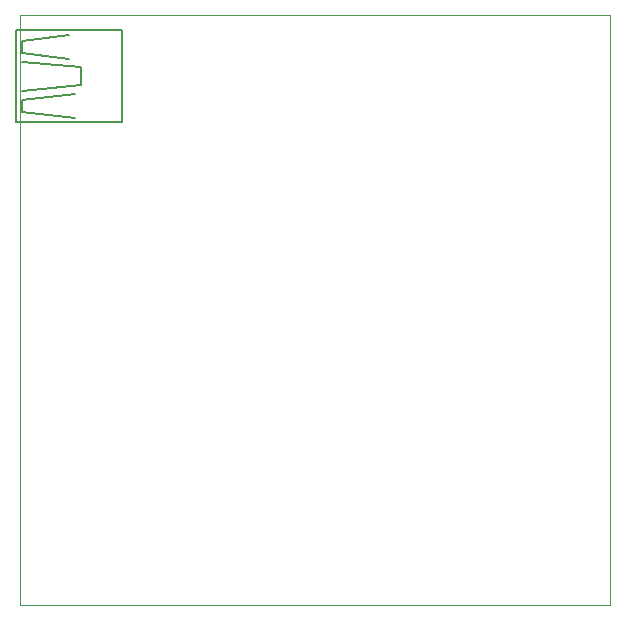
<source format=gbo>
G75*
%MOIN*%
%OFA0B0*%
%FSLAX25Y25*%
%IPPOS*%
%LPD*%
%AMOC8*
5,1,8,0,0,1.08239X$1,22.5*
%
%ADD10C,0.00000*%
%ADD11C,0.00500*%
D10*
X0009867Y0006093D02*
X0009867Y0202943D01*
X0206717Y0202943D01*
X0206717Y0006093D01*
X0009867Y0006093D01*
D11*
X0008528Y0167037D02*
X0043961Y0167037D01*
X0043961Y0197746D01*
X0008528Y0197746D01*
X0008528Y0167037D01*
X0010497Y0170581D02*
X0010497Y0174518D01*
X0028213Y0176486D01*
X0030182Y0179439D02*
X0010497Y0177470D01*
X0010497Y0170581D02*
X0028213Y0168612D01*
X0030182Y0179439D02*
X0030182Y0185344D01*
X0010497Y0187313D01*
X0010497Y0190266D02*
X0026245Y0188297D01*
X0026245Y0196171D02*
X0010497Y0194203D01*
X0010497Y0190266D01*
M02*

</source>
